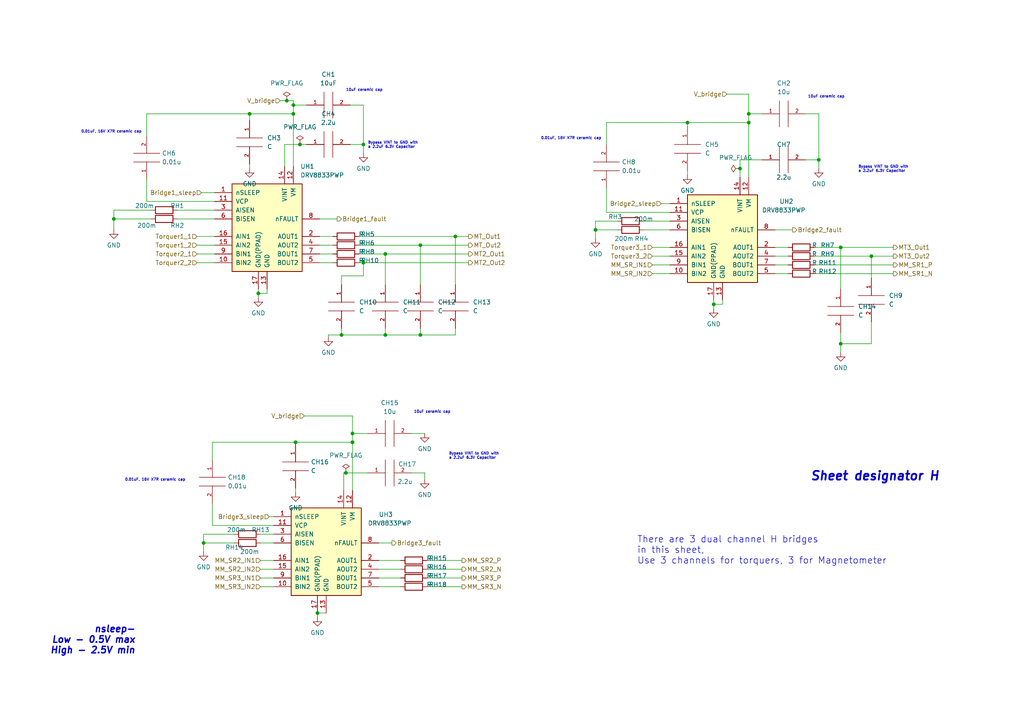
<source format=kicad_sch>
(kicad_sch (version 20211123) (generator eeschema)
  (paper "A4")
  (title_block (title "AOCS BOARD") (company "Parikshit Student Satellite Team"))
  (lib_symbols
    (symbol "Device:R" (pin_numbers hide) (pin_names (offset 0))
      (property "Reference" "R" (at 2.032 0 90))
      (property "Value" "R" (at 0 0 90))
      (symbol "R_0_1"
        (rectangle (start -1.016 -2.54) (end 1.016 2.54) (stroke (width 0.254)))
      )
      (symbol "R_1_1"
        (pin passive line (at 0 3.81 270) (length 1.27) (name "~") (number "1"))
        (pin passive line (at 0 -3.81 90) (length 1.27) (name "~") (number "2"))
      )
    )
    (symbol "Driver_Motor:DRV8833PWP" (pin_names (offset 1.016))
      (property "Reference" "U" (at -3.81 16.51 0))
      (property "Value" "DRV8833PWP" (at -3.81 13.97 0))
      (symbol "DRV8833PWP_0_1"
        (rectangle (start -10.16 12.7) (end 10.16 -12.7) (stroke (width 0.254)) (fill (type background)))
      )
      (symbol "DRV8833PWP_1_1"
        (pin input line (at -15.24 10.16 0) (length 5.08) (name "nSLEEP") (number "1"))
        (pin input line (at -15.24 -10.16 0) (length 5.08) (name "BIN2") (number "10"))
        (pin bidirectional line (at -15.24 7.62 0) (length 5.08) (name "VCP") (number "11"))
        (pin power_in line (at 7.62 17.78 270) (length 5.08) (name "VM") (number "12"))
        (pin power_in line (at 0 -17.78 90) (length 5.08) (name "GND") (number "13"))
        (pin power_in line (at 5.08 17.78 270) (length 5.08) (name "VINT") (number "14"))
        (pin input line (at -15.24 -5.08 0) (length 5.08) (name "AIN2") (number "15"))
        (pin input line (at -15.24 -2.54 0) (length 5.08) (name "AIN1") (number "16"))
        (pin power_in line (at -2.54 -17.78 90) (length 5.08) (name "GND(PPAD)") (number "17"))
        (pin power_out line (at 15.24 -2.54 180) (length 5.08) (name "AOUT1") (number "2"))
        (pin bidirectional line (at -15.24 5.08 0) (length 5.08) (name "AISEN") (number "3"))
        (pin power_out line (at 15.24 -5.08 180) (length 5.08) (name "AOUT2") (number "4"))
        (pin power_out line (at 15.24 -10.16 180) (length 5.08) (name "BOUT2") (number "5"))
        (pin bidirectional line (at -15.24 2.54 0) (length 5.08) (name "BISEN") (number "6"))
        (pin power_out line (at 15.24 -7.62 180) (length 5.08) (name "BOUT1") (number "7"))
        (pin open_collector line (at 15.24 2.54 180) (length 5.08) (name "nFAULT") (number "8"))
        (pin input line (at -15.24 -7.62 0) (length 5.08) (name "BIN1") (number "9"))
      )
    )
    (symbol "power:PWR_FLAG" (power) (pin_numbers hide) (pin_names (offset 0) hide)
      (property "Value" "PWR_FLAG" (at 0 3.81 0))
      (symbol "PWR_FLAG_0_0"
        (pin power_out line (at 0 0 90) (length 0) (name "pwr") (number "1"))
      )
      (symbol "PWR_FLAG_0_1"
        (polyline (pts (xy 0 0) (xy 0 1.27) (xy -1.016 1.905) (xy 0 2.54) (xy 1.016 1.905) (xy 0 1.27)))
      )
    )
    (symbol "pspice:C" (pin_names (offset 0.254))
      (property "Reference" "C" (at 2.54 3.81 90))
      (property "Value" "C" (at 2.54 -3.81 90))
      (symbol "C_0_1"
        (polyline (pts (xy -3.81 -1.27) (xy 3.81 -1.27)))
        (polyline (pts (xy -3.81 1.27) (xy 3.81 1.27)))
      )
      (symbol "C_1_1"
        (pin passive line (at 0 6.35 270) (length 5.08) (name "~") (number "1"))
        (pin passive line (at 0 -6.35 90) (length 5.08) (name "~") (number "2"))
      )
    )
    (symbol "upsat-comms-hardware:GND" (power) (pin_names (offset 0))
      (property "Value" "GND" (at 0 -3.81 0))
      (symbol "GND_0_1"
        (polyline (pts (xy 0 0) (xy 0 -1.27) (xy 1.27 -1.27) (xy 0 -2.54) (xy -1.27 -1.27) (xy 0 -1.27)))
      )
      (symbol "GND_1_1"
        (pin power_in line (at 0 0 270) (length 0) hide (name "GND") (number "1"))
      )
    )
  )
  (junction (at 111.76 73.66))
  (junction (at 99.06 97.155))
  (junction (at 243.84 99.695))
  (junction (at 217.17 33.02))
  (junction (at 217.17 35.56))
  (junction (at 105.41 41.91))
  (junction (at 237.49 46.355))
  (junction (at 85.725 128.27))
  (junction (at 85.09 30.48))
  (junction (at 59.055 157.48))
  (junction (at 243.84 71.755))
  (junction (at 85.09 33.02))
  (junction (at 86.995 41.91))
  (junction (at 102.235 125.73))
  (junction (at 132.08 68.58))
  (junction (at 111.76 97.155))
  (junction (at 252.73 74.295))
  (junction (at 105.41 76.2))
  (junction (at 83.185 29.21))
  (junction (at 214.63 48.895))
  (junction (at 121.92 71.12))
  (junction (at 33.02 63.5))
  (junction (at 199.39 35.56))
  (junction (at 74.93 85.09))
  (junction (at 92.075 177.8))
  (junction (at 121.92 97.155))
  (junction (at 100.33 137.16))
  (junction (at 102.235 128.27))
  (junction (at 207.01 88.265))
  (junction (at 72.39 33.02))
  (junction (at 172.72 66.675))
  (wire (pts (xy 207.01 88.265) (xy 207.01 86.995)))
  (wire (pts (xy 104.14 73.66) (xy 111.76 73.66)))
  (wire (pts (xy 109.855 170.18) (xy 116.205 170.18)))
  (wire (pts (xy 175.895 41.91) (xy 175.895 35.56)))
  (wire (pts (xy 172.72 66.675) (xy 179.07 66.675)))
  (wire (pts (xy 119.38 137.16) (xy 123.19 137.16)))
  (wire (pts (xy 75.565 162.56) (xy 79.375 162.56)))
  (wire (pts (xy 214.63 46.355) (xy 214.63 48.895)))
  (wire (pts (xy 123.825 167.64) (xy 133.985 167.64)))
  (wire (pts (xy 217.17 27.305) (xy 217.17 33.02)))
  (wire (pts (xy 217.17 33.02) (xy 217.17 35.56)))
  (wire (pts (xy 236.22 74.295) (xy 252.73 74.295)))
  (wire (pts (xy 104.14 68.58) (xy 132.08 68.58)))
  (wire (pts (xy 42.545 58.42) (xy 62.23 58.42)))
  (wire (pts (xy 106.68 137.16) (xy 100.33 137.16)))
  (wire (pts (xy 92.71 71.12) (xy 96.52 71.12)))
  (wire (pts (xy 132.08 97.155) (xy 132.08 95.25)))
  (wire (pts (xy 101.6 41.91) (xy 105.41 41.91)))
  (wire (pts (xy 59.055 154.94) (xy 59.055 157.48)))
  (wire (pts (xy 99.06 80.01) (xy 99.06 82.55)))
  (wire (pts (xy 95.25 97.155) (xy 99.06 97.155)))
  (wire (pts (xy 88.9 41.91) (xy 86.995 41.91)))
  (wire (pts (xy 67.945 154.94) (xy 59.055 154.94)))
  (wire (pts (xy 75.565 165.1) (xy 79.375 165.1)))
  (wire (pts (xy 88.265 120.65) (xy 102.235 120.65)))
  (wire (pts (xy 51.435 60.96) (xy 62.23 60.96)))
  (wire (pts (xy 132.08 68.58) (xy 135.89 68.58)))
  (wire (pts (xy 224.79 79.375) (xy 228.6 79.375)))
  (wire (pts (xy 214.63 48.895) (xy 214.63 51.435)))
  (wire (pts (xy 59.055 157.48) (xy 67.945 157.48)))
  (wire (pts (xy 111.76 73.66) (xy 135.89 73.66)))
  (wire (pts (xy 111.76 95.25) (xy 111.76 97.155)))
  (wire (pts (xy 82.55 41.91) (xy 82.55 48.26)))
  (wire (pts (xy 172.72 64.135) (xy 172.72 66.675)))
  (wire (pts (xy 86.995 41.91) (xy 82.55 41.91)))
  (wire (pts (xy 186.69 66.675) (xy 194.31 66.675)))
  (wire (pts (xy 243.84 71.755) (xy 259.08 71.755)))
  (wire (pts (xy 33.02 63.5) (xy 43.815 63.5)))
  (wire (pts (xy 252.73 74.295) (xy 252.73 80.645)))
  (wire (pts (xy 111.76 82.55) (xy 111.76 73.66)))
  (wire (pts (xy 78.105 149.86) (xy 79.375 149.86)))
  (wire (pts (xy 236.22 79.375) (xy 259.08 79.375)))
  (wire (pts (xy 252.73 74.295) (xy 259.08 74.295)))
  (wire (pts (xy 85.09 29.21) (xy 85.09 30.48)))
  (wire (pts (xy 88.9 30.48) (xy 85.09 30.48)))
  (wire (pts (xy 85.09 33.02) (xy 85.09 48.26)))
  (wire (pts (xy 102.235 125.73) (xy 106.68 125.73)))
  (wire (pts (xy 209.55 88.265) (xy 209.55 86.995)))
  (wire (pts (xy 75.565 154.94) (xy 79.375 154.94)))
  (wire (pts (xy 121.92 97.155) (xy 132.08 97.155)))
  (wire (pts (xy 92.71 68.58) (xy 96.52 68.58)))
  (wire (pts (xy 224.79 71.755) (xy 228.6 71.755)))
  (wire (pts (xy 100.33 137.16) (xy 99.695 137.16)))
  (wire (pts (xy 43.815 60.96) (xy 33.02 60.96)))
  (wire (pts (xy 42.545 39.37) (xy 42.545 33.02)))
  (wire (pts (xy 95.25 97.79) (xy 95.25 97.155)))
  (wire (pts (xy 224.79 76.835) (xy 228.6 76.835)))
  (wire (pts (xy 186.69 64.135) (xy 194.31 64.135)))
  (wire (pts (xy 72.39 33.02) (xy 85.09 33.02)))
  (wire (pts (xy 132.08 82.55) (xy 132.08 68.58)))
  (wire (pts (xy 77.47 85.09) (xy 77.47 83.82)))
  (wire (pts (xy 101.6 30.48) (xy 105.41 30.48)))
  (wire (pts (xy 175.895 54.61) (xy 175.895 61.595)))
  (wire (pts (xy 123.19 137.16) (xy 123.19 139.065)))
  (wire (pts (xy 81.28 29.21) (xy 83.185 29.21)))
  (wire (pts (xy 75.565 170.18) (xy 79.375 170.18)))
  (wire (pts (xy 57.15 68.58) (xy 62.23 68.58)))
  (wire (pts (xy 74.93 85.09) (xy 77.47 85.09)))
  (wire (pts (xy 85.725 128.27) (xy 102.235 128.27)))
  (wire (pts (xy 33.02 63.5) (xy 33.02 66.675)))
  (wire (pts (xy 92.075 177.8) (xy 94.615 177.8)))
  (wire (pts (xy 179.07 64.135) (xy 172.72 64.135)))
  (wire (pts (xy 83.185 29.21) (xy 85.09 29.21)))
  (wire (pts (xy 224.79 66.675) (xy 229.87 66.675)))
  (wire (pts (xy 189.23 71.755) (xy 194.31 71.755)))
  (wire (pts (xy 99.06 97.155) (xy 111.76 97.155)))
  (wire (pts (xy 224.79 74.295) (xy 228.6 74.295)))
  (wire (pts (xy 189.23 76.835) (xy 194.31 76.835)))
  (wire (pts (xy 61.595 152.4) (xy 79.375 152.4)))
  (wire (pts (xy 99.06 95.25) (xy 99.06 97.155)))
  (wire (pts (xy 121.92 71.12) (xy 135.89 71.12)))
  (wire (pts (xy 175.895 61.595) (xy 194.31 61.595)))
  (wire (pts (xy 75.565 157.48) (xy 79.375 157.48)))
  (wire (pts (xy 243.84 99.695) (xy 243.84 96.52)))
  (wire (pts (xy 105.41 76.2) (xy 135.89 76.2)))
  (wire (pts (xy 105.41 80.01) (xy 99.06 80.01)))
  (wire (pts (xy 33.02 60.96) (xy 33.02 63.5)))
  (wire (pts (xy 75.565 167.64) (xy 79.375 167.64)))
  (wire (pts (xy 57.15 71.12) (xy 62.23 71.12)))
  (wire (pts (xy 92.71 63.5) (xy 97.79 63.5)))
  (wire (pts (xy 236.22 71.755) (xy 243.84 71.755)))
  (wire (pts (xy 109.855 157.48) (xy 113.665 157.48)))
  (wire (pts (xy 119.38 125.73) (xy 123.19 125.73)))
  (wire (pts (xy 102.235 120.65) (xy 102.235 125.73)))
  (wire (pts (xy 104.14 71.12) (xy 121.92 71.12)))
  (wire (pts (xy 109.855 162.56) (xy 116.205 162.56)))
  (wire (pts (xy 59.055 157.48) (xy 59.055 160.02)))
  (wire (pts (xy 42.545 58.42) (xy 42.545 52.07)))
  (wire (pts (xy 85.725 141.605) (xy 85.725 142.875)))
  (wire (pts (xy 123.825 162.56) (xy 133.985 162.56)))
  (wire (pts (xy 85.725 128.27) (xy 85.725 128.905)))
  (wire (pts (xy 109.855 167.64) (xy 116.205 167.64)))
  (wire (pts (xy 191.77 59.055) (xy 194.31 59.055)))
  (wire (pts (xy 243.84 71.755) (xy 243.84 83.82)))
  (wire (pts (xy 121.92 95.25) (xy 121.92 97.155)))
  (wire (pts (xy 252.73 99.695) (xy 243.84 99.695)))
  (wire (pts (xy 252.73 93.345) (xy 252.73 99.695)))
  (wire (pts (xy 172.72 66.675) (xy 172.72 69.215)))
  (wire (pts (xy 92.71 73.66) (xy 96.52 73.66)))
  (wire (pts (xy 92.075 177.8) (xy 92.075 179.07)))
  (wire (pts (xy 74.93 85.09) (xy 74.93 86.36)))
  (wire (pts (xy 199.39 35.56) (xy 199.39 36.83)))
  (wire (pts (xy 123.825 165.1) (xy 133.985 165.1)))
  (wire (pts (xy 58.42 55.88) (xy 62.23 55.88)))
  (wire (pts (xy 61.595 128.27) (xy 61.595 133.35)))
  (wire (pts (xy 199.39 35.56) (xy 217.17 35.56)))
  (wire (pts (xy 57.15 73.66) (xy 62.23 73.66)))
  (wire (pts (xy 72.39 33.02) (xy 72.39 34.925)))
  (wire (pts (xy 85.09 30.48) (xy 85.09 33.02)))
  (wire (pts (xy 189.23 79.375) (xy 194.31 79.375)))
  (wire (pts (xy 217.17 33.02) (xy 220.98 33.02)))
  (wire (pts (xy 99.695 137.16) (xy 99.695 142.24)))
  (wire (pts (xy 105.41 41.91) (xy 105.41 44.45)))
  (wire (pts (xy 233.68 46.355) (xy 237.49 46.355)))
  (wire (pts (xy 123.825 170.18) (xy 133.985 170.18)))
  (wire (pts (xy 92.71 76.2) (xy 96.52 76.2)))
  (wire (pts (xy 199.39 50.8) (xy 199.39 49.53)))
  (wire (pts (xy 74.93 83.82) (xy 74.93 85.09)))
  (wire (pts (xy 42.545 33.02) (xy 72.39 33.02)))
  (wire (pts (xy 102.235 128.27) (xy 102.235 142.24)))
  (wire (pts (xy 61.595 146.05) (xy 61.595 152.4)))
  (wire (pts (xy 105.41 76.2) (xy 104.14 76.2)))
  (wire (pts (xy 237.49 46.355) (xy 237.49 48.895)))
  (wire (pts (xy 189.23 74.295) (xy 194.31 74.295)))
  (wire (pts (xy 111.76 97.155) (xy 121.92 97.155)))
  (wire (pts (xy 207.01 88.265) (xy 207.01 89.535)))
  (wire (pts (xy 210.82 27.305) (xy 217.17 27.305)))
  (wire (pts (xy 237.49 33.02) (xy 237.49 46.355)))
  (wire (pts (xy 121.92 71.12) (xy 121.92 82.55)))
  (wire (pts (xy 109.855 165.1) (xy 116.205 165.1)))
  (wire (pts (xy 233.68 33.02) (xy 237.49 33.02)))
  (wire (pts (xy 57.15 76.2) (xy 62.23 76.2)))
  (wire (pts (xy 105.41 30.48) (xy 105.41 41.91)))
  (wire (pts (xy 51.435 63.5) (xy 62.23 63.5)))
  (wire (pts (xy 207.01 88.265) (xy 209.55 88.265)))
  (wire (pts (xy 61.595 128.27) (xy 85.725 128.27)))
  (wire (pts (xy 102.235 125.73) (xy 102.235 128.27)))
  (wire (pts (xy 72.39 47.625) (xy 72.39 48.895)))
  (wire (pts (xy 217.17 35.56) (xy 217.17 51.435)))
  (wire (pts (xy 236.22 76.835) (xy 259.08 76.835)))
  (wire (pts (xy 243.84 99.695) (xy 243.84 102.235)))
  (wire (pts (xy 175.895 35.56) (xy 199.39 35.56)))
  (wire (pts (xy 220.98 46.355) (xy 214.63 46.355)))
  (wire (pts (xy 105.41 76.2) (xy 105.41 80.01)))
  (text "10uF ceramic cap" (at 120.015 120.015 0) (effects (font (size 0.762 0.762)) (justify left bottom)))
  (text "Bypass VINT to GND with \na 2.2uF 6.3V Capacitor" (at 130.175 133.35 0) (effects (font (size 0.762 0.762)) (justify left bottom)))
  (text "0.01uF, 16V X7R ceramic cap" (at 36.195 139.7 0) (effects (font (size 0.762 0.762)) (justify left bottom)))
  (text "Bypass VINT to GND with \na 2.2uF 6.3V Capacitor" (at 106.68 43.18 0) (effects (font (size 0.762 0.762)) (justify left bottom)))
  (text "Bypass VINT to GND with \na 2.2uF 6.3V Capacitor" (at 248.92 50.165 0) (effects (font (size 0.762 0.762)) (justify left bottom)))
  (text "10uF ceramic cap" (at 234.315 28.575 0) (effects (font (size 0.762 0.762)) (justify left bottom)))
  (text "0.01uF, 16V X7R ceramic cap" (at 23.495 38.735 0) (effects (font (size 0.762 0.762)) (justify left bottom)))
  (text "10uF ceramic cap" (at 100.33 26.67 0) (effects (font (size 0.762 0.762)) (justify left bottom)))
  (text "There are 3 dual channel H bridges\nin this sheet,\nUse 3 channels for torquers, 3 for Magnetometer" (at 184.785 163.83 0) (effects (font (size 1.905 1.905)) (justify left bottom)))
  (text "nsleep-\n	Low - 0.5V max\n	High - 2.5V min" (at 39.37 189.865 180) (effects (font (size 1.905 1.905) bold italic) (justify right bottom)))
  (text "Sheet designator H \n" (at 234.95 139.7 0) (effects (font (size 2.54 2.54) (thickness 0.508) bold italic) (justify left bottom)))
  (text "0.01uF, 16V X7R ceramic cap" (at 156.845 40.64 0) (effects (font (size 0.762 0.762)) (justify left bottom)))
  (hierarchical_label "Torquer1_2" (shape input) (at 57.15 71.12 180))
  (hierarchical_label "MT2_Out1" (shape output) (at 135.89 73.66 0))
  (hierarchical_label "Bridge1_sleep" (shape input) (at 58.42 55.88 180))
  (hierarchical_label "MM_SR3_IN1" (shape input) (at 75.565 167.64 180))
  (hierarchical_label "V_bridge" (shape input) (at 210.82 27.305 180))
  (hierarchical_label "MM_SR_IN2" (shape input) (at 189.23 79.375 180))
  (hierarchical_label "MT_Out1" (shape output) (at 135.89 68.58 0))
  (hierarchical_label "Bridge2_sleep" (shape input) (at 191.77 59.055 180))
  (hierarchical_label "MT2_Out2" (shape output) (at 135.89 76.2 0))
  (hierarchical_label "Bridge3_sleep" (shape input) (at 78.105 149.86 180))
  (hierarchical_label "Bridge3_fault" (shape output) (at 113.665 157.48 0))
  (hierarchical_label "MT3_Out2" (shape output) (at 259.08 74.295 0))
  (hierarchical_label "Torquer3_1" (shape input) (at 189.23 71.755 180))
  (hierarchical_label "Torquer3_2" (shape input) (at 189.23 74.295 180))
  (hierarchical_label "MM_SR1_P" (shape output) (at 259.08 76.835 0))
  (hierarchical_label "MM_SR2_N" (shape output) (at 133.985 165.1 0))
  (hierarchical_label "MM_SR2_IN2" (shape input) (at 75.565 165.1 180))
  (hierarchical_label "MM_SR3_P" (shape output) (at 133.985 167.64 0))
  (hierarchical_label "Torquer2_1" (shape input) (at 57.15 73.66 180))
  (hierarchical_label "MT3_Out1" (shape output) (at 259.08 71.755 0))
  (hierarchical_label "MM_SR1_N" (shape output) (at 259.08 79.375 0))
  (hierarchical_label "V_bridge" (shape input) (at 88.265 120.65 180))
  (hierarchical_label "V_bridge" (shape input) (at 81.28 29.21 180))
  (hierarchical_label "MM_SR2_IN1" (shape input) (at 75.565 162.56 180))
  (hierarchical_label "MT_Out2" (shape output) (at 135.89 71.12 0))
  (hierarchical_label "Torquer1_1" (shape input) (at 57.15 68.58 180))
  (hierarchical_label "MM_SR3_N" (shape output) (at 133.985 170.18 0))
  (hierarchical_label "Bridge2_fault" (shape output) (at 229.87 66.675 0))
  (hierarchical_label "MM_SR_IN1" (shape input) (at 189.23 76.835 180))
  (hierarchical_label "Bridge1_fault" (shape output) (at 97.79 63.5 0))
  (hierarchical_label "MM_SR3_IN2" (shape input) (at 75.565 170.18 180))
  (hierarchical_label "Torquer2_2" (shape input) (at 57.15 76.2 180))
  (hierarchical_label "MM_SR2_P" (shape output) (at 133.985 162.56 0))
  (symbol (lib_id "pspice:C") (at 199.39 43.18 0) (unit 1)
    (property "Reference" "CH5" (at 204.47 41.9099 0) (effects (justify left)))
    (property "Value" "C" (at 204.47 44.4499 0) (effects (justify left)))
  )
  (symbol (lib_id "pspice:C") (at 227.33 33.02 90) (unit 1)
    (property "Reference" "CH2" (at 227.33 24.13 90))
    (property "Value" "10u" (at 227.33 26.67 90))
  )
  (symbol (lib_id "upsat-comms-hardware:GND") (at 85.725 142.875 0) (unit 1)
    (property "Reference" "#PWR062" (effects hide))
    (property "Value" "GND" (at 85.725 147.32 0))
  )
  (symbol (lib_id "upsat-comms-hardware:GND") (at 172.72 69.215 0) (unit 1)
    (property "Reference" "#PWR055" (effects hide))
    (property "Value" "GND" (at 172.72 73.66 0))
  )
  (symbol (lib_id "pspice:C") (at 61.595 139.7 0) (unit 1)
    (property "Reference" "CH18" (at 66.04 138.4299 0) (effects (justify left)))
    (property "Value" "0.01u" (at 66.04 140.9699 0) (effects (justify left)))
  )
  (symbol (lib_id "Device:R") (at 100.33 73.66 90) (unit 1)
    (property "Reference" "RH8" (at 106.68 73.025 90))
    (property "Value" "R" (at 104.775 73.025 90))
  )
  (symbol (lib_id "upsat-comms-hardware:GND") (at 123.19 139.065 0) (unit 1)
    (property "Reference" "#PWR061" (effects hide))
    (property "Value" "GND" (at 123.19 143.51 0))
  )
  (symbol (lib_id "Device:R") (at 120.015 170.18 270) (unit 1)
    (property "Reference" "RH18" (at 127 169.545 90))
    (property "Value" "R" (at 124.46 169.545 90))
  )
  (symbol (lib_id "pspice:C") (at 252.73 86.995 0) (unit 1)
    (property "Reference" "CH9" (at 257.81 85.7249 0) (effects (justify left)))
    (property "Value" "C" (at 257.81 88.2649 0) (effects (justify left)))
  )
  (symbol (lib_id "upsat-comms-hardware:GND") (at 33.02 66.675 0) (unit 1)
    (property "Reference" "#PWR054" (effects hide))
    (property "Value" "GND" (at 33.02 71.12 0))
  )
  (symbol (lib_id "Device:R") (at 232.41 71.755 270) (unit 1)
    (property "Reference" "RH7" (at 240.03 71.12 90))
    (property "Value" "R" (at 236.22 71.12 90))
  )
  (symbol (lib_id "Device:R") (at 100.33 71.12 90) (unit 1)
    (property "Reference" "RH6" (at 106.68 70.485 90))
    (property "Value" "R" (at 104.775 70.485 90))
  )
  (symbol (lib_id "pspice:C") (at 95.25 41.91 90) (unit 1)
    (property "Reference" "CH4" (at 95.25 33.02 90))
    (property "Value" "2.2u" (at 95.25 35.56 90))
  )
  (symbol (lib_id "pspice:C") (at 95.25 30.48 90) (unit 1)
    (property "Reference" "CH1" (at 95.25 21.59 90))
    (property "Value" "10uF" (at 95.25 24.13 90))
  )
  (symbol (lib_id "Driver_Motor:DRV8833PWP") (at 209.55 69.215 0) (unit 1)
    (property "Reference" "UH2" (at 226.06 58.42 0) (effects (justify left)))
    (property "Value" "DRV8833PWP" (at 220.98 60.96 0) (effects (justify left)))
    (property "Footprint" "Package_SO:HTSSOP-16-1EP_4.4x5mm_P0.65mm_EP3.4x5mm_Mask2.46x2.31mm_ThermalVias" (effects hide))
    (property "Datasheet" "http://www.ti.com/lit/ds/symlink/drv8833.pdf" (effects hide))
  )
  (symbol (lib_id "pspice:C") (at 175.895 48.26 180) (unit 1)
    (property "Reference" "CH8" (at 180.34 46.9899 0) (effects (justify right)))
    (property "Value" "0.01u" (at 180.34 49.5299 0) (effects (justify right)))
  )
  (symbol (lib_id "pspice:C") (at 121.92 88.9 0) (unit 1)
    (property "Reference" "CH12" (at 127 87.6299 0) (effects (justify left)))
    (property "Value" "C" (at 127 90.1699 0) (effects (justify left)))
  )
  (symbol (lib_id "pspice:C") (at 99.06 88.9 0) (unit 1)
    (property "Reference" "CH10" (at 104.14 87.6299 0) (effects (justify left)))
    (property "Value" "C" (at 104.14 90.1699 0) (effects (justify left)))
  )
  (symbol (lib_id "pspice:C") (at 72.39 41.275 0) (unit 1)
    (property "Reference" "CH3" (at 77.47 40.0049 0) (effects (justify left)))
    (property "Value" "C" (at 77.47 42.5449 0) (effects (justify left)))
  )
  (symbol (lib_id "pspice:C") (at 111.76 88.9 0) (unit 1)
    (property "Reference" "CH11" (at 116.84 87.6299 0) (effects (justify left)))
    (property "Value" "C" (at 116.84 90.1699 0) (effects (justify left)))
  )
  (symbol (lib_id "Device:R") (at 100.33 76.2 270) (unit 1)
    (property "Reference" "RH10" (at 107.315 75.565 90))
    (property "Value" "R" (at 104.775 75.565 90))
  )
  (symbol (lib_id "upsat-comms-hardware:GND") (at 95.25 97.79 0) (unit 1)
    (property "Reference" "#PWR058" (effects hide))
    (property "Value" "GND" (at 95.25 102.235 0))
  )
  (symbol (lib_id "Device:R") (at 120.015 167.64 270) (unit 1)
    (property "Reference" "RH17" (at 127 167.005 90))
    (property "Value" "R" (at 124.46 167.005 90))
  )
  (symbol (lib_id "pspice:C") (at 113.03 125.73 90) (unit 1)
    (property "Reference" "CH15" (at 113.03 116.84 90))
    (property "Value" "10u" (at 113.03 119.38 90))
  )
  (symbol (lib_id "upsat-comms-hardware:GND") (at 92.075 179.07 0) (unit 1)
    (property "Reference" "#PWR064" (effects hide))
    (property "Value" "GND" (at 92.075 183.515 0))
  )
  (symbol (lib_id "upsat-comms-hardware:GND") (at 207.01 89.535 0) (unit 1)
    (property "Reference" "#PWR057" (effects hide))
    (property "Value" "GND" (at 207.01 93.98 0))
  )
  (symbol (lib_id "power:PWR_FLAG") (at 100.33 137.16 0) (unit 1)
    (property "Reference" "#FLG09" (effects hide))
    (property "Value" "PWR_FLAG" (at 100.33 132.08 0))
  )
  (symbol (lib_id "upsat-comms-hardware:GND") (at 237.49 48.895 0) (unit 1)
    (property "Reference" "#PWR052" (effects hide))
    (property "Value" "GND" (at 237.49 53.34 0))
  )
  (symbol (lib_id "pspice:C") (at 113.03 137.16 90) (unit 1)
    (property "Reference" "CH17" (at 118.11 134.62 90))
    (property "Value" "2.2u" (at 117.475 139.7 90))
  )
  (symbol (lib_id "Device:R") (at 120.015 165.1 270) (unit 1)
    (property "Reference" "RH16" (at 127 164.465 90))
    (property "Value" "R" (at 124.46 164.465 90))
  )
  (symbol (lib_id "Device:R") (at 100.33 68.58 90) (unit 1)
    (property "Reference" "RH5" (at 106.68 67.945 90))
    (property "Value" "R" (at 104.775 67.945 90))
  )
  (symbol (lib_id "upsat-comms-hardware:GND") (at 123.19 125.73 0) (unit 1)
    (property "Reference" "#PWR060" (effects hide))
    (property "Value" "GND" (at 123.19 130.175 0))
  )
  (symbol (lib_id "pspice:C") (at 227.33 46.355 90) (unit 1)
    (property "Reference" "CH7" (at 227.33 41.91 90))
    (property "Value" "2.2u" (at 227.33 51.435 90))
  )
  (symbol (lib_id "Device:R") (at 71.755 154.94 90) (unit 1)
    (property "Reference" "RH13" (at 75.565 153.67 90))
    (property "Value" "200m" (at 68.58 153.67 90))
  )
  (symbol (lib_id "power:PWR_FLAG") (at 86.995 41.91 0) (unit 1)
    (property "Reference" "#FLG07" (effects hide))
    (property "Value" "PWR_FLAG" (at 86.995 36.83 0))
  )
  (symbol (lib_id "pspice:C") (at 85.725 135.255 0) (unit 1)
    (property "Reference" "CH16" (at 90.17 133.9849 0) (effects (justify left)))
    (property "Value" "C" (at 90.17 136.5249 0) (effects (justify left)))
  )
  (symbol (lib_id "power:PWR_FLAG") (at 214.63 48.895 90) (unit 1)
    (property "Reference" "#FLG08" (effects hide))
    (property "Value" "PWR_FLAG" (at 213.36 45.72 90))
  )
  (symbol (lib_id "Device:R") (at 120.015 162.56 270) (unit 1)
    (property "Reference" "RH15" (at 127 161.925 90))
    (property "Value" "R" (at 124.46 161.925 90))
  )
  (symbol (lib_id "upsat-comms-hardware:GND") (at 74.93 86.36 0) (unit 1)
    (property "Reference" "#PWR056" (effects hide))
    (property "Value" "GND" (at 74.93 90.805 0))
  )
  (symbol (lib_id "upsat-comms-hardware:GND") (at 105.41 44.45 0) (unit 1)
    (property "Reference" "#PWR050" (effects hide))
    (property "Value" "GND" (at 105.41 48.895 0))
  )
  (symbol (lib_id "upsat-comms-hardware:GND") (at 199.39 50.8 0) (unit 1)
    (property "Reference" "#PWR053" (effects hide))
    (property "Value" "GND" (at 199.39 55.245 0))
  )
  (symbol (lib_id "Device:R") (at 232.41 74.295 270) (unit 1)
    (property "Reference" "RH9" (at 240.03 73.66 90))
    (property "Value" "R" (at 236.22 73.66 90))
  )
  (symbol (lib_id "Device:R") (at 47.625 60.96 90) (unit 1)
    (property "Reference" "RH1" (at 51.435 59.69 90))
    (property "Value" "200m" (at 41.91 59.69 90))
  )
  (symbol (lib_id "upsat-comms-hardware:GND") (at 59.055 160.02 0) (unit 1)
    (property "Reference" "#PWR063" (effects hide))
    (property "Value" "GND" (at 59.055 164.465 0))
  )
  (symbol (lib_id "Driver_Motor:DRV8833PWP") (at 77.47 66.04 0) (unit 1)
    (property "Reference" "UH1" (at 87.1094 48.26 0) (effects (justify left)))
    (property "Value" "DRV8833PWP" (at 87.1094 50.8 0) (effects (justify left)))
    (property "Footprint" "Package_SO:HTSSOP-16-1EP_4.4x5mm_P0.65mm_EP3.4x5mm_Mask2.46x2.31mm_ThermalVias" (effects hide))
    (property "Datasheet" "http://www.ti.com/lit/ds/symlink/drv8833.pdf" (effects hide))
  )
  (symbol (lib_id "Device:R") (at 232.41 79.375 270) (unit 1)
    (property "Reference" "RH12" (at 240.03 78.74 90))
    (property "Value" "R" (at 236.22 78.74 90))
  )
  (symbol (lib_id "upsat-comms-hardware:GND") (at 72.39 48.895 0) (unit 1)
    (property "Reference" "#PWR051" (effects hide))
    (property "Value" "GND" (at 72.39 53.34 0))
  )
  (symbol (lib_id "Driver_Motor:DRV8833PWP") (at 94.615 160.02 0) (unit 1)
    (property "Reference" "UH3" (at 109.855 149.225 0) (effects (justify left)))
    (property "Value" "DRV8833PWP" (at 106.68 151.765 0) (effects (justify left)))
    (property "Footprint" "Package_SO:HTSSOP-16-1EP_4.4x5mm_P0.65mm_EP3.4x5mm_Mask2.46x2.31mm_ThermalVias" (effects hide))
    (property "Datasheet" "http://www.ti.com/lit/ds/symlink/drv8833.pdf" (effects hide))
  )
  (symbol (lib_id "Device:R") (at 71.755 157.48 90) (unit 1)
    (property "Reference" "RH14" (at 67.945 158.75 90))
    (property "Value" "200m" (at 72.39 160.02 90))
  )
  (symbol (lib_id "pspice:C") (at 243.84 90.17 0) (unit 1)
    (property "Reference" "CH14" (at 248.92 88.8999 0) (effects (justify left)))
    (property "Value" "C" (at 248.92 91.4399 0) (effects (justify left)))
  )
  (symbol (lib_id "Device:R") (at 232.41 76.835 270) (unit 1)
    (property "Reference" "RH11" (at 240.03 76.2 90))
    (property "Value" "R" (at 236.22 76.2 90))
  )
  (symbol (lib_id "Device:R") (at 47.625 63.5 90) (unit 1)
    (property "Reference" "RH2" (at 51.435 65.405 90))
    (property "Value" "200m" (at 42.545 65.405 90))
  )
  (symbol (lib_id "pspice:C") (at 132.08 88.9 0) (unit 1)
    (property "Reference" "CH13" (at 137.16 87.6299 0) (effects (justify left)))
    (property "Value" "C" (at 137.16 90.1699 0) (effects (justify left)))
  )
  (symbol (lib_id "upsat-comms-hardware:GND") (at 243.84 102.235 0) (unit 1)
    (property "Reference" "#PWR059" (effects hide))
    (property "Value" "GND" (at 243.84 106.68 0))
  )
  (symbol (lib_id "power:PWR_FLAG") (at 83.185 29.21 0) (unit 1)
    (property "Reference" "#FLG06" (effects hide))
    (property "Value" "PWR_FLAG" (at 83.185 24.13 0))
  )
  (symbol (lib_id "Device:R") (at 182.88 64.135 90) (unit 1)
    (property "Reference" "RH3" (at 178.435 62.865 90))
    (property "Value" "200m" (at 186.69 63.5 90))
  )
  (symbol (lib_id "Device:R") (at 182.88 66.675 90) (unit 1)
    (property "Reference" "RH4" (at 186.055 69.215 90))
    (property "Value" "200m" (at 180.975 69.215 90))
  )
  (symbol (lib_id "pspice:C") (at 42.545 45.72 180) (unit 1)
    (property "Reference" "CH6" (at 46.99 44.4499 0) (effects (justify right)))
    (property "Value" "0.01u" (at 46.99 46.9899 0) (effects (justify right)))
  )
)
</source>
